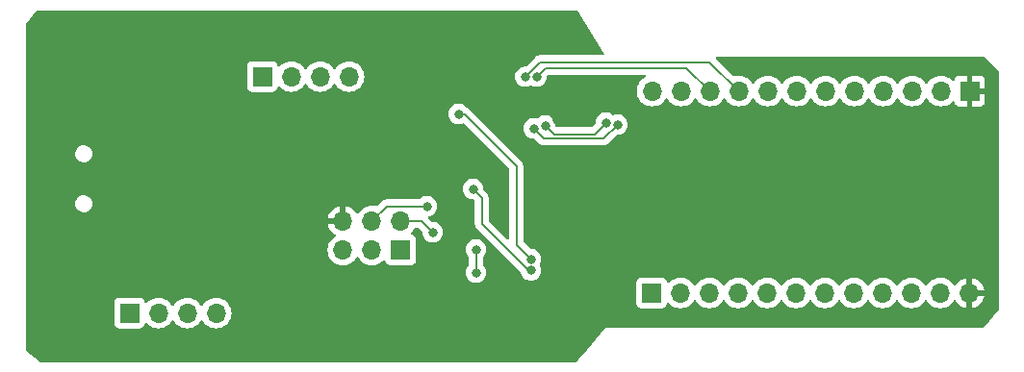
<source format=gbr>
%TF.GenerationSoftware,KiCad,Pcbnew,7.0.1*%
%TF.CreationDate,2023-04-11T01:40:26-06:00*%
%TF.ProjectId,ATMEGA_DevBoard,41544d45-4741-45f4-9465-76426f617264,rev?*%
%TF.SameCoordinates,Original*%
%TF.FileFunction,Copper,L2,Bot*%
%TF.FilePolarity,Positive*%
%FSLAX46Y46*%
G04 Gerber Fmt 4.6, Leading zero omitted, Abs format (unit mm)*
G04 Created by KiCad (PCBNEW 7.0.1) date 2023-04-11 01:40:26*
%MOMM*%
%LPD*%
G01*
G04 APERTURE LIST*
%TA.AperFunction,ComponentPad*%
%ADD10R,1.700000X1.700000*%
%TD*%
%TA.AperFunction,ComponentPad*%
%ADD11O,1.700000X1.700000*%
%TD*%
%TA.AperFunction,ViaPad*%
%ADD12C,0.800000*%
%TD*%
%TA.AperFunction,Conductor*%
%ADD13C,0.203200*%
%TD*%
G04 APERTURE END LIST*
D10*
%TO.P,J6,1,Pin_1*%
%TO.N,+3.3V*%
X90170000Y-106426000D03*
D11*
%TO.P,J6,2,Pin_2*%
X92710000Y-106426000D03*
%TO.P,J6,3,Pin_3*%
X95250000Y-106426000D03*
%TO.P,J6,4,Pin_4*%
X97790000Y-106426000D03*
%TD*%
%TO.P,J5,4,Pin_4*%
%TO.N,+5V*%
X109474000Y-85598000D03*
%TO.P,J5,3,Pin_3*%
X106934000Y-85598000D03*
%TO.P,J5,2,Pin_2*%
X104394000Y-85598000D03*
D10*
%TO.P,J5,1,Pin_1*%
X101854000Y-85598000D03*
%TD*%
%TO.P,J4,1,Pin_1*%
%TO.N,GND*%
X164084000Y-86879583D03*
D11*
%TO.P,J4,2,Pin_2*%
%TO.N,PB4*%
X161544000Y-86879583D03*
%TO.P,J4,3,Pin_3*%
%TO.N,PB5*%
X159004000Y-86879583D03*
%TO.P,J4,4,Pin_4*%
%TO.N,PB6*%
X156464000Y-86879583D03*
%TO.P,J4,5,Pin_5*%
%TO.N,PC6*%
X153924000Y-86879583D03*
%TO.P,J4,6,Pin_6*%
%TO.N,PC7*%
X151384000Y-86879583D03*
%TO.P,J4,7,Pin_7*%
%TO.N,PF0*%
X148844000Y-86879583D03*
%TO.P,J4,8,Pin_8*%
%TO.N,PF1*%
X146304000Y-86879583D03*
%TO.P,J4,9,Pin_9*%
%TO.N,PF4*%
X143764000Y-86879583D03*
%TO.P,J4,10,Pin_10*%
%TO.N,PF5*%
X141224000Y-86879583D03*
%TO.P,J4,11,Pin_11*%
%TO.N,PF6*%
X138684000Y-86879583D03*
%TO.P,J4,12,Pin_12*%
%TO.N,PF7*%
X136144000Y-86879583D03*
%TD*%
D10*
%TO.P,J1,1,MISO*%
%TO.N,MISO*%
X114031000Y-100858000D03*
D11*
%TO.P,J1,2,VCC*%
%TO.N,+5V*%
X114031000Y-98318000D03*
%TO.P,J1,3,SCK*%
%TO.N,SCK*%
X111491000Y-100858000D03*
%TO.P,J1,4,MOSI*%
%TO.N,MOSI*%
X111491000Y-98318000D03*
%TO.P,J1,5,~{RST}*%
%TO.N,RST*%
X108951000Y-100858000D03*
%TO.P,J1,6,GND*%
%TO.N,GND*%
X108951000Y-98318000D03*
%TD*%
D10*
%TO.P,J3,1,Pin_1*%
%TO.N,PB7*%
X136110585Y-104659583D03*
D11*
%TO.P,J3,2,Pin_2*%
%TO.N,PB0*%
X138650585Y-104659583D03*
%TO.P,J3,3,Pin_3*%
%TO.N,PE6*%
X141190585Y-104659583D03*
%TO.P,J3,4,Pin_4*%
%TO.N,PD0*%
X143730585Y-104659583D03*
%TO.P,J3,5,Pin_5*%
%TO.N,PD1*%
X146270585Y-104659583D03*
%TO.P,J3,6,Pin_6*%
%TO.N,PD2*%
X148810585Y-104659583D03*
%TO.P,J3,7,Pin_7*%
%TO.N,PD3*%
X151350585Y-104659583D03*
%TO.P,J3,8,Pin_8*%
%TO.N,PD5*%
X153890585Y-104659583D03*
%TO.P,J3,9,Pin_9*%
%TO.N,PD4*%
X156430585Y-104659583D03*
%TO.P,J3,10,Pin_10*%
%TO.N,PD6*%
X158970585Y-104659583D03*
%TO.P,J3,11,Pin_11*%
%TO.N,PD7*%
X161510585Y-104659583D03*
%TO.P,J3,12,Pin_12*%
%TO.N,GND*%
X164050585Y-104659583D03*
%TD*%
D12*
%TO.N,PF6*%
X125730000Y-90170000D03*
X133096000Y-89824900D03*
%TO.N,PF7*%
X132080000Y-89662000D03*
X126746000Y-89916000D03*
%TO.N,PF5*%
X125991723Y-85603500D03*
%TO.N,PF4*%
X124986858Y-85616858D03*
%TO.N,GND*%
X130318067Y-87016836D03*
X94927568Y-94183676D03*
X122428000Y-103759000D03*
X99314000Y-98806000D03*
X121666000Y-89535000D03*
X127762000Y-89408000D03*
X105410000Y-90678000D03*
X133223000Y-98552000D03*
X115659806Y-86797896D03*
X120240310Y-92921157D03*
X120617428Y-107370892D03*
X123377191Y-108866851D03*
X96520000Y-99949000D03*
X102997000Y-103759000D03*
X114632608Y-94748694D03*
X127790378Y-105688528D03*
X90297000Y-96266000D03*
X125031740Y-104356388D03*
X130595586Y-89003476D03*
X129206701Y-97906659D03*
X114626396Y-93221820D03*
X102997000Y-98298000D03*
X118836998Y-85189074D03*
X117522500Y-107260000D03*
X123063000Y-84582000D03*
X114681000Y-90424000D03*
X123089352Y-98183580D03*
%TO.N,+5V*%
X116840000Y-99314000D03*
%TO.N,MOSI*%
X116332000Y-97028000D03*
%TO.N,PB7*%
X120650000Y-100838000D03*
X120650000Y-102870000D03*
%TO.N,PE6*%
X125476000Y-101677397D03*
X119126000Y-88900000D03*
%TO.N,PB0*%
X125476000Y-102676900D03*
X120396000Y-95504000D03*
%TD*%
D13*
%TO.N,PF6*%
X126641200Y-91081200D02*
X131839700Y-91081200D01*
X125730000Y-90170000D02*
X126641200Y-91081200D01*
X131839700Y-91081200D02*
X133096000Y-89824900D01*
%TO.N,PF7*%
X127508000Y-90678000D02*
X129286000Y-90678000D01*
X129286000Y-90678000D02*
X131064000Y-90678000D01*
X126746000Y-89916000D02*
X127508000Y-90678000D01*
X131064000Y-90678000D02*
X132080000Y-89662000D01*
%TO.N,PF5*%
X126759223Y-84836000D02*
X139180417Y-84836000D01*
X125991723Y-85603500D02*
X126759223Y-84836000D01*
X139180417Y-84836000D02*
X141224000Y-86879583D01*
%TO.N,PF4*%
X126275716Y-84328000D02*
X141212417Y-84328000D01*
X141212417Y-84328000D02*
X143764000Y-86879583D01*
X124986858Y-85616858D02*
X126275716Y-84328000D01*
%TO.N,+5V*%
X114031000Y-98318000D02*
X115844000Y-98318000D01*
X115844000Y-98318000D02*
X116840000Y-99314000D01*
%TO.N,MOSI*%
X111491000Y-98318000D02*
X112781000Y-97028000D01*
X112781000Y-97028000D02*
X116332000Y-97028000D01*
%TO.N,PB7*%
X120650000Y-100838000D02*
X120650000Y-102870000D01*
%TO.N,PE6*%
X124206000Y-100407397D02*
X125476000Y-101677397D01*
X119126000Y-88900000D02*
X119634000Y-88900000D01*
X124206000Y-93472000D02*
X124206000Y-97536000D01*
X119634000Y-88900000D02*
X122174000Y-91440000D01*
X122174000Y-91440000D02*
X124206000Y-93472000D01*
X124206000Y-97536000D02*
X124206000Y-99943800D01*
X124206000Y-99943800D02*
X124206000Y-100407397D01*
%TO.N,PB0*%
X121158000Y-98552000D02*
X125282900Y-102676900D01*
X121158000Y-96266000D02*
X121158000Y-98552000D01*
X120396000Y-95504000D02*
X121158000Y-96266000D01*
X125282900Y-102676900D02*
X125476000Y-102676900D01*
%TD*%
%TA.AperFunction,Conductor*%
%TO.N,GND*%
G36*
X129531107Y-79772044D02*
G01*
X129576148Y-79814780D01*
X131902022Y-83536180D01*
X131920827Y-83598645D01*
X131905326Y-83662011D01*
X131859807Y-83708741D01*
X131796870Y-83725900D01*
X126323295Y-83725900D01*
X126307110Y-83724839D01*
X126304214Y-83724457D01*
X126275716Y-83720705D01*
X126247217Y-83724457D01*
X126244321Y-83724839D01*
X126244305Y-83724840D01*
X126118535Y-83741398D01*
X126014990Y-83784287D01*
X126014982Y-83784290D01*
X126014967Y-83784297D01*
X125980443Y-83798597D01*
X125972065Y-83802068D01*
X125877868Y-83874349D01*
X125846292Y-83898579D01*
X125827008Y-83923709D01*
X125816317Y-83935899D01*
X125072179Y-84680039D01*
X125031951Y-84706919D01*
X124984498Y-84716358D01*
X124892210Y-84716358D01*
X124707055Y-84755713D01*
X124534127Y-84832706D01*
X124380987Y-84943968D01*
X124254324Y-85084641D01*
X124159678Y-85248573D01*
X124101184Y-85428600D01*
X124081398Y-85616857D01*
X124101184Y-85805115D01*
X124159678Y-85985142D01*
X124254324Y-86149074D01*
X124380987Y-86289747D01*
X124534127Y-86401009D01*
X124707055Y-86478002D01*
X124892210Y-86517358D01*
X124892212Y-86517358D01*
X125081504Y-86517358D01*
X125081506Y-86517358D01*
X125204942Y-86491120D01*
X125266661Y-86478002D01*
X125439588Y-86401009D01*
X125439588Y-86401008D01*
X125451494Y-86395708D01*
X125452914Y-86398897D01*
X125490732Y-86384365D01*
X125554159Y-86394404D01*
X125711920Y-86464644D01*
X125897075Y-86504000D01*
X125897077Y-86504000D01*
X126086369Y-86504000D01*
X126086371Y-86504000D01*
X126209806Y-86477762D01*
X126271526Y-86464644D01*
X126444453Y-86387651D01*
X126579207Y-86289747D01*
X126597593Y-86276389D01*
X126724256Y-86135716D01*
X126818902Y-85971784D01*
X126821626Y-85963401D01*
X126877397Y-85791756D01*
X126897183Y-85603500D01*
X126897182Y-85603498D01*
X126898545Y-85590538D01*
X126900921Y-85590787D01*
X126904661Y-85559149D01*
X126933871Y-85512847D01*
X126972303Y-85474416D01*
X127012532Y-85447538D01*
X127059983Y-85438100D01*
X135480387Y-85438100D01*
X135544252Y-85455811D01*
X135589872Y-85503885D01*
X135604217Y-85568589D01*
X135583188Y-85631440D01*
X135532792Y-85674482D01*
X135466170Y-85705548D01*
X135272598Y-85841088D01*
X135105505Y-86008181D01*
X134969965Y-86201753D01*
X134870097Y-86415919D01*
X134808936Y-86644175D01*
X134788340Y-86879582D01*
X134808936Y-87114990D01*
X134853709Y-87282085D01*
X134870097Y-87343246D01*
X134969965Y-87557413D01*
X135105505Y-87750984D01*
X135272599Y-87918078D01*
X135466170Y-88053618D01*
X135680337Y-88153486D01*
X135908592Y-88214646D01*
X136144000Y-88235242D01*
X136379408Y-88214646D01*
X136607663Y-88153486D01*
X136821830Y-88053618D01*
X137015401Y-87918078D01*
X137182495Y-87750984D01*
X137312426Y-87565422D01*
X137356743Y-87526558D01*
X137414000Y-87512547D01*
X137471257Y-87526558D01*
X137515573Y-87565422D01*
X137645505Y-87750984D01*
X137812599Y-87918078D01*
X138006170Y-88053618D01*
X138220337Y-88153486D01*
X138448592Y-88214646D01*
X138684000Y-88235242D01*
X138919408Y-88214646D01*
X139147663Y-88153486D01*
X139361830Y-88053618D01*
X139555401Y-87918078D01*
X139722495Y-87750984D01*
X139852426Y-87565422D01*
X139896743Y-87526558D01*
X139954000Y-87512547D01*
X140011257Y-87526558D01*
X140055573Y-87565422D01*
X140185505Y-87750984D01*
X140352599Y-87918078D01*
X140546170Y-88053618D01*
X140760337Y-88153486D01*
X140988592Y-88214646D01*
X141224000Y-88235242D01*
X141459408Y-88214646D01*
X141687663Y-88153486D01*
X141901830Y-88053618D01*
X142095401Y-87918078D01*
X142262495Y-87750984D01*
X142392426Y-87565422D01*
X142436743Y-87526558D01*
X142494000Y-87512547D01*
X142551257Y-87526558D01*
X142595573Y-87565422D01*
X142725505Y-87750984D01*
X142892599Y-87918078D01*
X143086170Y-88053618D01*
X143300337Y-88153486D01*
X143528592Y-88214646D01*
X143764000Y-88235242D01*
X143999408Y-88214646D01*
X144227663Y-88153486D01*
X144441830Y-88053618D01*
X144635401Y-87918078D01*
X144802495Y-87750984D01*
X144932426Y-87565422D01*
X144976743Y-87526558D01*
X145034000Y-87512547D01*
X145091257Y-87526558D01*
X145135573Y-87565422D01*
X145265505Y-87750984D01*
X145432599Y-87918078D01*
X145626170Y-88053618D01*
X145840337Y-88153486D01*
X146068592Y-88214646D01*
X146304000Y-88235242D01*
X146539408Y-88214646D01*
X146767663Y-88153486D01*
X146981830Y-88053618D01*
X147175401Y-87918078D01*
X147342495Y-87750984D01*
X147472426Y-87565422D01*
X147516743Y-87526558D01*
X147574000Y-87512547D01*
X147631257Y-87526558D01*
X147675573Y-87565422D01*
X147805505Y-87750984D01*
X147972599Y-87918078D01*
X148166170Y-88053618D01*
X148380337Y-88153486D01*
X148608592Y-88214646D01*
X148844000Y-88235242D01*
X149079408Y-88214646D01*
X149307663Y-88153486D01*
X149521830Y-88053618D01*
X149715401Y-87918078D01*
X149882495Y-87750984D01*
X150012426Y-87565422D01*
X150056743Y-87526558D01*
X150114000Y-87512547D01*
X150171257Y-87526558D01*
X150215573Y-87565422D01*
X150345505Y-87750984D01*
X150512599Y-87918078D01*
X150706170Y-88053618D01*
X150920337Y-88153486D01*
X151148592Y-88214646D01*
X151384000Y-88235242D01*
X151619408Y-88214646D01*
X151847663Y-88153486D01*
X152061830Y-88053618D01*
X152255401Y-87918078D01*
X152422495Y-87750984D01*
X152552426Y-87565422D01*
X152596743Y-87526558D01*
X152654000Y-87512547D01*
X152711257Y-87526558D01*
X152755573Y-87565422D01*
X152885505Y-87750984D01*
X153052599Y-87918078D01*
X153246170Y-88053618D01*
X153460337Y-88153486D01*
X153688592Y-88214646D01*
X153924000Y-88235242D01*
X154159408Y-88214646D01*
X154387663Y-88153486D01*
X154601830Y-88053618D01*
X154795401Y-87918078D01*
X154962495Y-87750984D01*
X155092426Y-87565422D01*
X155136743Y-87526558D01*
X155194000Y-87512547D01*
X155251257Y-87526558D01*
X155295573Y-87565422D01*
X155425505Y-87750984D01*
X155592599Y-87918078D01*
X155786170Y-88053618D01*
X156000337Y-88153486D01*
X156228592Y-88214646D01*
X156464000Y-88235242D01*
X156699408Y-88214646D01*
X156927663Y-88153486D01*
X157141830Y-88053618D01*
X157335401Y-87918078D01*
X157502495Y-87750984D01*
X157632426Y-87565422D01*
X157676743Y-87526558D01*
X157734000Y-87512547D01*
X157791257Y-87526558D01*
X157835573Y-87565422D01*
X157965505Y-87750984D01*
X158132599Y-87918078D01*
X158326170Y-88053618D01*
X158540337Y-88153486D01*
X158768592Y-88214646D01*
X159004000Y-88235242D01*
X159239408Y-88214646D01*
X159467663Y-88153486D01*
X159681830Y-88053618D01*
X159875401Y-87918078D01*
X160042495Y-87750984D01*
X160172426Y-87565422D01*
X160216743Y-87526558D01*
X160274000Y-87512547D01*
X160331257Y-87526558D01*
X160375573Y-87565422D01*
X160505505Y-87750984D01*
X160672599Y-87918078D01*
X160866170Y-88053618D01*
X161080337Y-88153486D01*
X161308592Y-88214646D01*
X161544000Y-88235242D01*
X161779408Y-88214646D01*
X162007663Y-88153486D01*
X162221830Y-88053618D01*
X162415401Y-87918078D01*
X162537717Y-87795761D01*
X162590460Y-87764468D01*
X162651752Y-87762279D01*
X162706597Y-87789732D01*
X162741577Y-87840111D01*
X162790647Y-87971671D01*
X162876811Y-88086771D01*
X162991910Y-88172935D01*
X163126624Y-88223180D01*
X163186176Y-88229583D01*
X163834000Y-88229583D01*
X163834000Y-87129583D01*
X164334000Y-87129583D01*
X164334000Y-88229583D01*
X164981824Y-88229583D01*
X165041375Y-88223180D01*
X165176089Y-88172935D01*
X165291188Y-88086771D01*
X165377352Y-87971672D01*
X165427597Y-87836958D01*
X165434000Y-87777407D01*
X165434000Y-87129583D01*
X164334000Y-87129583D01*
X163834000Y-87129583D01*
X163834000Y-85529583D01*
X164334000Y-85529583D01*
X164334000Y-86629583D01*
X165434000Y-86629583D01*
X165434000Y-85981759D01*
X165427597Y-85922207D01*
X165377352Y-85787493D01*
X165291188Y-85672394D01*
X165176089Y-85586230D01*
X165041375Y-85535985D01*
X164981824Y-85529583D01*
X164334000Y-85529583D01*
X163834000Y-85529583D01*
X163186176Y-85529583D01*
X163126624Y-85535985D01*
X162991910Y-85586230D01*
X162876811Y-85672394D01*
X162790646Y-85787496D01*
X162741576Y-85919055D01*
X162706597Y-85969433D01*
X162651753Y-85996886D01*
X162590460Y-85994697D01*
X162537714Y-85963401D01*
X162415404Y-85841091D01*
X162415401Y-85841088D01*
X162221830Y-85705548D01*
X162007663Y-85605680D01*
X161935074Y-85586230D01*
X161779407Y-85544519D01*
X161544000Y-85523923D01*
X161308592Y-85544519D01*
X161080336Y-85605680D01*
X160866170Y-85705548D01*
X160672598Y-85841088D01*
X160505505Y-86008181D01*
X160375575Y-86193742D01*
X160331257Y-86232608D01*
X160274000Y-86246619D01*
X160216743Y-86232608D01*
X160172425Y-86193742D01*
X160131795Y-86135716D01*
X160042495Y-86008182D01*
X159875401Y-85841088D01*
X159681830Y-85705548D01*
X159467663Y-85605680D01*
X159395074Y-85586230D01*
X159239407Y-85544519D01*
X159004000Y-85523923D01*
X158768592Y-85544519D01*
X158540336Y-85605680D01*
X158326170Y-85705548D01*
X158132598Y-85841088D01*
X157965505Y-86008181D01*
X157835575Y-86193742D01*
X157791257Y-86232608D01*
X157734000Y-86246619D01*
X157676743Y-86232608D01*
X157632425Y-86193742D01*
X157591795Y-86135716D01*
X157502495Y-86008182D01*
X157335401Y-85841088D01*
X157141830Y-85705548D01*
X156927663Y-85605680D01*
X156855074Y-85586230D01*
X156699407Y-85544519D01*
X156464000Y-85523923D01*
X156228592Y-85544519D01*
X156000336Y-85605680D01*
X155786170Y-85705548D01*
X155592598Y-85841088D01*
X155425505Y-86008181D01*
X155295575Y-86193742D01*
X155251257Y-86232608D01*
X155194000Y-86246619D01*
X155136743Y-86232608D01*
X155092425Y-86193742D01*
X155051795Y-86135716D01*
X154962495Y-86008182D01*
X154795401Y-85841088D01*
X154601830Y-85705548D01*
X154387663Y-85605680D01*
X154315074Y-85586230D01*
X154159407Y-85544519D01*
X153924000Y-85523923D01*
X153688592Y-85544519D01*
X153460336Y-85605680D01*
X153246170Y-85705548D01*
X153052598Y-85841088D01*
X152885505Y-86008181D01*
X152755575Y-86193742D01*
X152711257Y-86232608D01*
X152654000Y-86246619D01*
X152596743Y-86232608D01*
X152552425Y-86193742D01*
X152511795Y-86135716D01*
X152422495Y-86008182D01*
X152255401Y-85841088D01*
X152061830Y-85705548D01*
X151847663Y-85605680D01*
X151775074Y-85586230D01*
X151619407Y-85544519D01*
X151384000Y-85523923D01*
X151148592Y-85544519D01*
X150920336Y-85605680D01*
X150706170Y-85705548D01*
X150512598Y-85841088D01*
X150345505Y-86008181D01*
X150215575Y-86193742D01*
X150171257Y-86232608D01*
X150114000Y-86246619D01*
X150056743Y-86232608D01*
X150012425Y-86193742D01*
X149971795Y-86135716D01*
X149882495Y-86008182D01*
X149715401Y-85841088D01*
X149521830Y-85705548D01*
X149307663Y-85605680D01*
X149235074Y-85586230D01*
X149079407Y-85544519D01*
X148844000Y-85523923D01*
X148608592Y-85544519D01*
X148380336Y-85605680D01*
X148166170Y-85705548D01*
X147972598Y-85841088D01*
X147805505Y-86008181D01*
X147675575Y-86193742D01*
X147631257Y-86232608D01*
X147574000Y-86246619D01*
X147516743Y-86232608D01*
X147472425Y-86193742D01*
X147431795Y-86135716D01*
X147342495Y-86008182D01*
X147175401Y-85841088D01*
X146981830Y-85705548D01*
X146767663Y-85605680D01*
X146695074Y-85586230D01*
X146539407Y-85544519D01*
X146304000Y-85523923D01*
X146068592Y-85544519D01*
X145840336Y-85605680D01*
X145626170Y-85705548D01*
X145432598Y-85841088D01*
X145265505Y-86008181D01*
X145135575Y-86193742D01*
X145091257Y-86232608D01*
X145034000Y-86246619D01*
X144976743Y-86232608D01*
X144932425Y-86193742D01*
X144891795Y-86135716D01*
X144802495Y-86008182D01*
X144635401Y-85841088D01*
X144441830Y-85705548D01*
X144227663Y-85605680D01*
X144155074Y-85586230D01*
X143999407Y-85544519D01*
X143764000Y-85523923D01*
X143528593Y-85544519D01*
X143402027Y-85578432D01*
X143337840Y-85578432D01*
X143282253Y-85546338D01*
X141768096Y-84032181D01*
X141737846Y-83982818D01*
X141733304Y-83925102D01*
X141755459Y-83871615D01*
X141799482Y-83834015D01*
X141855777Y-83820500D01*
X165303138Y-83820500D01*
X165350591Y-83829939D01*
X165390819Y-83856819D01*
X166587181Y-85053181D01*
X166614061Y-85093409D01*
X166623500Y-85140862D01*
X166623500Y-106127706D01*
X166616094Y-106169919D01*
X166594759Y-106207089D01*
X165391596Y-107650883D01*
X165348932Y-107683793D01*
X165296337Y-107695500D01*
X132099144Y-107695500D01*
X132091939Y-107694392D01*
X132079757Y-107695476D01*
X132071576Y-107703623D01*
X132067736Y-107709933D01*
X130396172Y-109715812D01*
X129692159Y-110560629D01*
X129576947Y-110698883D01*
X129534283Y-110731793D01*
X129481688Y-110743500D01*
X82338872Y-110743500D01*
X82297827Y-110736510D01*
X82261410Y-110716328D01*
X81095617Y-109783692D01*
X81068406Y-109753344D01*
X81052506Y-109715815D01*
X81046235Y-109689696D01*
X81043285Y-109671579D01*
X81031008Y-109531244D01*
X81030957Y-109530632D01*
X81026882Y-109478853D01*
X81026500Y-109469126D01*
X81026500Y-107323869D01*
X88819500Y-107323869D01*
X88825909Y-107383484D01*
X88851056Y-107450907D01*
X88876204Y-107518331D01*
X88962454Y-107633546D01*
X89077669Y-107719796D01*
X89212517Y-107770091D01*
X89272127Y-107776500D01*
X91067872Y-107776499D01*
X91127483Y-107770091D01*
X91262331Y-107719796D01*
X91377546Y-107633546D01*
X91463796Y-107518331D01*
X91512810Y-107386916D01*
X91547789Y-107336537D01*
X91602634Y-107309084D01*
X91663927Y-107311273D01*
X91716673Y-107342569D01*
X91838599Y-107464495D01*
X92032170Y-107600035D01*
X92246337Y-107699903D01*
X92474592Y-107761063D01*
X92710000Y-107781659D01*
X92945408Y-107761063D01*
X93173663Y-107699903D01*
X93387830Y-107600035D01*
X93581401Y-107464495D01*
X93748495Y-107297401D01*
X93878426Y-107111839D01*
X93922743Y-107072975D01*
X93980000Y-107058964D01*
X94037257Y-107072975D01*
X94081573Y-107111839D01*
X94211505Y-107297401D01*
X94378599Y-107464495D01*
X94572170Y-107600035D01*
X94786337Y-107699903D01*
X95014592Y-107761063D01*
X95250000Y-107781659D01*
X95485408Y-107761063D01*
X95713663Y-107699903D01*
X95927830Y-107600035D01*
X96121401Y-107464495D01*
X96288495Y-107297401D01*
X96418426Y-107111839D01*
X96462743Y-107072975D01*
X96520000Y-107058964D01*
X96577257Y-107072975D01*
X96621573Y-107111839D01*
X96751505Y-107297401D01*
X96918599Y-107464495D01*
X97112170Y-107600035D01*
X97326337Y-107699903D01*
X97554592Y-107761063D01*
X97790000Y-107781659D01*
X98025408Y-107761063D01*
X98253663Y-107699903D01*
X98467830Y-107600035D01*
X98661401Y-107464495D01*
X98828495Y-107297401D01*
X98964035Y-107103830D01*
X99063903Y-106889663D01*
X99125063Y-106661408D01*
X99145659Y-106426000D01*
X99125063Y-106190592D01*
X99063903Y-105962337D01*
X98964035Y-105748171D01*
X98830493Y-105557452D01*
X134760085Y-105557452D01*
X134766494Y-105617067D01*
X134791641Y-105684489D01*
X134816789Y-105751914D01*
X134903039Y-105867129D01*
X135018254Y-105953379D01*
X135153102Y-106003674D01*
X135212712Y-106010083D01*
X137008457Y-106010082D01*
X137068068Y-106003674D01*
X137202916Y-105953379D01*
X137318131Y-105867129D01*
X137404381Y-105751914D01*
X137453395Y-105620499D01*
X137488374Y-105570120D01*
X137543219Y-105542667D01*
X137604512Y-105544856D01*
X137657258Y-105576152D01*
X137779184Y-105698078D01*
X137972755Y-105833618D01*
X138186922Y-105933486D01*
X138415177Y-105994646D01*
X138650585Y-106015242D01*
X138885993Y-105994646D01*
X139114248Y-105933486D01*
X139328415Y-105833618D01*
X139521986Y-105698078D01*
X139689080Y-105530984D01*
X139819011Y-105345422D01*
X139863328Y-105306558D01*
X139920585Y-105292547D01*
X139977842Y-105306558D01*
X140022158Y-105345422D01*
X140152090Y-105530984D01*
X140319184Y-105698078D01*
X140512755Y-105833618D01*
X140726922Y-105933486D01*
X140955177Y-105994646D01*
X141190585Y-106015242D01*
X141425993Y-105994646D01*
X141654248Y-105933486D01*
X141868415Y-105833618D01*
X142061986Y-105698078D01*
X142229080Y-105530984D01*
X142359011Y-105345422D01*
X142403328Y-105306558D01*
X142460585Y-105292547D01*
X142517842Y-105306558D01*
X142562158Y-105345422D01*
X142692090Y-105530984D01*
X142859184Y-105698078D01*
X143052755Y-105833618D01*
X143266922Y-105933486D01*
X143495177Y-105994646D01*
X143730585Y-106015242D01*
X143965993Y-105994646D01*
X144194248Y-105933486D01*
X144408415Y-105833618D01*
X144601986Y-105698078D01*
X144769080Y-105530984D01*
X144899011Y-105345422D01*
X144943328Y-105306558D01*
X145000585Y-105292547D01*
X145057842Y-105306558D01*
X145102158Y-105345422D01*
X145232090Y-105530984D01*
X145399184Y-105698078D01*
X145592755Y-105833618D01*
X145806922Y-105933486D01*
X146035177Y-105994646D01*
X146270585Y-106015242D01*
X146505993Y-105994646D01*
X146734248Y-105933486D01*
X146948415Y-105833618D01*
X147141986Y-105698078D01*
X147309080Y-105530984D01*
X147439011Y-105345422D01*
X147483328Y-105306558D01*
X147540585Y-105292547D01*
X147597842Y-105306558D01*
X147642158Y-105345422D01*
X147772090Y-105530984D01*
X147939184Y-105698078D01*
X148132755Y-105833618D01*
X148346922Y-105933486D01*
X148575177Y-105994646D01*
X148810585Y-106015242D01*
X149045993Y-105994646D01*
X149274248Y-105933486D01*
X149488415Y-105833618D01*
X149681986Y-105698078D01*
X149849080Y-105530984D01*
X149979011Y-105345422D01*
X150023328Y-105306558D01*
X150080585Y-105292547D01*
X150137842Y-105306558D01*
X150182158Y-105345422D01*
X150312090Y-105530984D01*
X150479184Y-105698078D01*
X150672755Y-105833618D01*
X150886922Y-105933486D01*
X151115177Y-105994646D01*
X151350585Y-106015242D01*
X151585993Y-105994646D01*
X151814248Y-105933486D01*
X152028415Y-105833618D01*
X152221986Y-105698078D01*
X152389080Y-105530984D01*
X152519011Y-105345422D01*
X152563328Y-105306558D01*
X152620585Y-105292547D01*
X152677842Y-105306558D01*
X152722158Y-105345422D01*
X152852090Y-105530984D01*
X153019184Y-105698078D01*
X153212755Y-105833618D01*
X153426922Y-105933486D01*
X153655177Y-105994646D01*
X153890585Y-106015242D01*
X154125993Y-105994646D01*
X154354248Y-105933486D01*
X154568415Y-105833618D01*
X154761986Y-105698078D01*
X154929080Y-105530984D01*
X155059011Y-105345422D01*
X155103328Y-105306558D01*
X155160585Y-105292547D01*
X155217842Y-105306558D01*
X155262158Y-105345422D01*
X155392090Y-105530984D01*
X155559184Y-105698078D01*
X155752755Y-105833618D01*
X155966922Y-105933486D01*
X156195177Y-105994646D01*
X156430585Y-106015242D01*
X156665993Y-105994646D01*
X156894248Y-105933486D01*
X157108415Y-105833618D01*
X157301986Y-105698078D01*
X157469080Y-105530984D01*
X157599011Y-105345422D01*
X157643328Y-105306558D01*
X157700585Y-105292547D01*
X157757842Y-105306558D01*
X157802158Y-105345422D01*
X157932090Y-105530984D01*
X158099184Y-105698078D01*
X158292755Y-105833618D01*
X158506922Y-105933486D01*
X158735177Y-105994646D01*
X158970585Y-106015242D01*
X159205993Y-105994646D01*
X159434248Y-105933486D01*
X159648415Y-105833618D01*
X159841986Y-105698078D01*
X160009080Y-105530984D01*
X160139011Y-105345422D01*
X160183328Y-105306558D01*
X160240585Y-105292547D01*
X160297842Y-105306558D01*
X160342158Y-105345422D01*
X160472090Y-105530984D01*
X160639184Y-105698078D01*
X160832755Y-105833618D01*
X161046922Y-105933486D01*
X161275177Y-105994646D01*
X161510585Y-106015242D01*
X161745993Y-105994646D01*
X161974248Y-105933486D01*
X162188415Y-105833618D01*
X162381986Y-105698078D01*
X162549080Y-105530984D01*
X162679317Y-105344985D01*
X162723633Y-105306122D01*
X162780890Y-105292111D01*
X162838147Y-105306122D01*
X162882465Y-105344987D01*
X163012478Y-105530664D01*
X163179503Y-105697689D01*
X163373008Y-105833183D01*
X163587092Y-105933013D01*
X163800584Y-105990218D01*
X163800585Y-105990219D01*
X163800585Y-104909583D01*
X164300585Y-104909583D01*
X164300585Y-105990218D01*
X164514077Y-105933013D01*
X164728161Y-105833183D01*
X164921666Y-105697689D01*
X165088691Y-105530664D01*
X165224185Y-105337159D01*
X165324015Y-105123075D01*
X165381221Y-104909583D01*
X164300585Y-104909583D01*
X163800585Y-104909583D01*
X163800585Y-103328947D01*
X164300585Y-103328947D01*
X164300585Y-104409583D01*
X165381221Y-104409583D01*
X165381220Y-104409582D01*
X165324015Y-104196090D01*
X165224184Y-103982004D01*
X165088694Y-103788504D01*
X164921666Y-103621476D01*
X164728161Y-103485982D01*
X164514077Y-103386152D01*
X164300585Y-103328947D01*
X163800585Y-103328947D01*
X163800584Y-103328947D01*
X163587092Y-103386152D01*
X163373006Y-103485983D01*
X163179506Y-103621473D01*
X163012478Y-103788501D01*
X162882465Y-103974179D01*
X162838147Y-104013044D01*
X162780890Y-104027055D01*
X162723633Y-104013044D01*
X162679315Y-103974178D01*
X162549079Y-103788181D01*
X162381989Y-103621091D01*
X162381989Y-103621090D01*
X162381986Y-103621088D01*
X162188415Y-103485548D01*
X161974248Y-103385680D01*
X161913086Y-103369292D01*
X161745992Y-103324519D01*
X161510585Y-103303923D01*
X161275177Y-103324519D01*
X161046921Y-103385680D01*
X160832755Y-103485548D01*
X160639183Y-103621088D01*
X160472090Y-103788181D01*
X160342160Y-103973742D01*
X160297842Y-104012608D01*
X160240585Y-104026619D01*
X160183328Y-104012608D01*
X160139010Y-103973742D01*
X160009079Y-103788181D01*
X159841989Y-103621091D01*
X159841989Y-103621090D01*
X159841986Y-103621088D01*
X159648415Y-103485548D01*
X159434248Y-103385680D01*
X159373086Y-103369292D01*
X159205992Y-103324519D01*
X158970585Y-103303923D01*
X158735177Y-103324519D01*
X158506921Y-103385680D01*
X158292755Y-103485548D01*
X158099183Y-103621088D01*
X157932090Y-103788181D01*
X157802160Y-103973742D01*
X157757842Y-104012608D01*
X157700585Y-104026619D01*
X157643328Y-104012608D01*
X157599010Y-103973742D01*
X157469079Y-103788181D01*
X157301989Y-103621091D01*
X157301989Y-103621090D01*
X157301986Y-103621088D01*
X157108415Y-103485548D01*
X156894248Y-103385680D01*
X156833086Y-103369292D01*
X156665992Y-103324519D01*
X156430585Y-103303923D01*
X156195177Y-103324519D01*
X155966921Y-103385680D01*
X155752755Y-103485548D01*
X155559183Y-103621088D01*
X155392090Y-103788181D01*
X155262160Y-103973742D01*
X155217842Y-104012608D01*
X155160585Y-104026619D01*
X155103328Y-104012608D01*
X155059010Y-103973742D01*
X154929079Y-103788181D01*
X154761989Y-103621091D01*
X154761989Y-103621090D01*
X154761986Y-103621088D01*
X154568415Y-103485548D01*
X154354248Y-103385680D01*
X154293086Y-103369292D01*
X154125992Y-103324519D01*
X153890585Y-103303923D01*
X153655177Y-103324519D01*
X153426921Y-103385680D01*
X153212755Y-103485548D01*
X153019183Y-103621088D01*
X152852090Y-103788181D01*
X152722160Y-103973742D01*
X152677842Y-104012608D01*
X152620585Y-104026619D01*
X152563328Y-104012608D01*
X152519010Y-103973742D01*
X152389079Y-103788181D01*
X152221989Y-103621091D01*
X152221989Y-103621090D01*
X152221986Y-103621088D01*
X152028415Y-103485548D01*
X151814248Y-103385680D01*
X151753086Y-103369292D01*
X151585992Y-103324519D01*
X151350585Y-103303923D01*
X151115177Y-103324519D01*
X150886921Y-103385680D01*
X150672755Y-103485548D01*
X150479183Y-103621088D01*
X150312090Y-103788181D01*
X150182160Y-103973742D01*
X150137842Y-104012608D01*
X150080585Y-104026619D01*
X150023328Y-104012608D01*
X149979010Y-103973742D01*
X149849079Y-103788181D01*
X149681989Y-103621091D01*
X149681989Y-103621090D01*
X149681986Y-103621088D01*
X149488415Y-103485548D01*
X149274248Y-103385680D01*
X149213086Y-103369292D01*
X149045992Y-103324519D01*
X148810585Y-103303923D01*
X148575177Y-103324519D01*
X148346921Y-103385680D01*
X148132755Y-103485548D01*
X147939183Y-103621088D01*
X147772090Y-103788181D01*
X147642160Y-103973742D01*
X147597842Y-104012608D01*
X147540585Y-104026619D01*
X147483328Y-104012608D01*
X147439010Y-103973742D01*
X147309079Y-103788181D01*
X147141989Y-103621091D01*
X147141989Y-103621090D01*
X147141986Y-103621088D01*
X146948415Y-103485548D01*
X146734248Y-103385680D01*
X146673086Y-103369292D01*
X146505992Y-103324519D01*
X146270585Y-103303923D01*
X146035177Y-103324519D01*
X145806921Y-103385680D01*
X145592755Y-103485548D01*
X145399183Y-103621088D01*
X145232090Y-103788181D01*
X145102160Y-103973742D01*
X145057842Y-104012608D01*
X145000585Y-104026619D01*
X144943328Y-104012608D01*
X144899010Y-103973742D01*
X144769079Y-103788181D01*
X144601989Y-103621091D01*
X144601989Y-103621090D01*
X144601986Y-103621088D01*
X144408415Y-103485548D01*
X144194248Y-103385680D01*
X144133086Y-103369292D01*
X143965992Y-103324519D01*
X143730585Y-103303923D01*
X143495177Y-103324519D01*
X143266921Y-103385680D01*
X143052755Y-103485548D01*
X142859183Y-103621088D01*
X142692090Y-103788181D01*
X142562160Y-103973742D01*
X142517842Y-104012608D01*
X142460585Y-104026619D01*
X142403328Y-104012608D01*
X142359010Y-103973742D01*
X142229079Y-103788181D01*
X142061989Y-103621091D01*
X142061989Y-103621090D01*
X142061986Y-103621088D01*
X141868415Y-103485548D01*
X141654248Y-103385680D01*
X141593086Y-103369292D01*
X141425992Y-103324519D01*
X141190585Y-103303923D01*
X140955177Y-103324519D01*
X140726921Y-103385680D01*
X140512755Y-103485548D01*
X140319183Y-103621088D01*
X140152090Y-103788181D01*
X140022160Y-103973742D01*
X139977842Y-104012608D01*
X139920585Y-104026619D01*
X139863328Y-104012608D01*
X139819010Y-103973742D01*
X139689079Y-103788181D01*
X139521989Y-103621091D01*
X139521989Y-103621090D01*
X139521986Y-103621088D01*
X139328415Y-103485548D01*
X139114248Y-103385680D01*
X139053086Y-103369292D01*
X138885992Y-103324519D01*
X138650585Y-103303923D01*
X138415177Y-103324519D01*
X138186921Y-103385680D01*
X137972755Y-103485548D01*
X137779186Y-103621086D01*
X137657258Y-103743014D01*
X137604511Y-103774309D01*
X137543219Y-103776498D01*
X137488374Y-103749045D01*
X137453395Y-103698665D01*
X137424604Y-103621473D01*
X137404381Y-103567252D01*
X137318131Y-103452037D01*
X137202916Y-103365787D01*
X137068068Y-103315492D01*
X137008458Y-103309083D01*
X137008454Y-103309083D01*
X135212715Y-103309083D01*
X135153100Y-103315492D01*
X135018254Y-103365787D01*
X134903039Y-103452037D01*
X134816789Y-103567251D01*
X134766494Y-103702099D01*
X134760085Y-103761713D01*
X134760085Y-105557452D01*
X98830493Y-105557452D01*
X98828495Y-105554599D01*
X98661401Y-105387505D01*
X98467830Y-105251965D01*
X98253663Y-105152097D01*
X98192502Y-105135709D01*
X98025407Y-105090936D01*
X97790000Y-105070340D01*
X97554592Y-105090936D01*
X97326336Y-105152097D01*
X97112170Y-105251965D01*
X96918598Y-105387505D01*
X96751505Y-105554598D01*
X96621575Y-105740159D01*
X96577257Y-105779025D01*
X96520000Y-105793036D01*
X96462743Y-105779025D01*
X96418425Y-105740159D01*
X96332235Y-105617067D01*
X96288495Y-105554599D01*
X96121401Y-105387505D01*
X95927830Y-105251965D01*
X95713663Y-105152097D01*
X95652502Y-105135709D01*
X95485407Y-105090936D01*
X95250000Y-105070340D01*
X95014592Y-105090936D01*
X94786336Y-105152097D01*
X94572170Y-105251965D01*
X94378598Y-105387505D01*
X94211505Y-105554598D01*
X94081575Y-105740159D01*
X94037257Y-105779025D01*
X93980000Y-105793036D01*
X93922743Y-105779025D01*
X93878425Y-105740159D01*
X93792235Y-105617067D01*
X93748495Y-105554599D01*
X93581401Y-105387505D01*
X93387830Y-105251965D01*
X93173663Y-105152097D01*
X93112502Y-105135709D01*
X92945407Y-105090936D01*
X92710000Y-105070340D01*
X92474592Y-105090936D01*
X92246336Y-105152097D01*
X92032170Y-105251965D01*
X91838601Y-105387503D01*
X91716673Y-105509431D01*
X91663926Y-105540726D01*
X91602634Y-105542915D01*
X91547789Y-105515462D01*
X91512810Y-105465082D01*
X91505658Y-105445907D01*
X91463796Y-105333669D01*
X91377546Y-105218454D01*
X91262331Y-105132204D01*
X91127483Y-105081909D01*
X91067873Y-105075500D01*
X91067869Y-105075500D01*
X89272130Y-105075500D01*
X89212515Y-105081909D01*
X89077669Y-105132204D01*
X88962454Y-105218454D01*
X88876204Y-105333668D01*
X88825909Y-105468516D01*
X88819500Y-105528130D01*
X88819500Y-107323869D01*
X81026500Y-107323869D01*
X81026500Y-102869999D01*
X119744540Y-102869999D01*
X119764326Y-103058257D01*
X119822820Y-103238284D01*
X119917466Y-103402216D01*
X120044129Y-103542889D01*
X120197269Y-103654151D01*
X120370197Y-103731144D01*
X120555352Y-103770500D01*
X120555354Y-103770500D01*
X120744646Y-103770500D01*
X120744648Y-103770500D01*
X120868084Y-103744262D01*
X120929803Y-103731144D01*
X121102730Y-103654151D01*
X121102729Y-103654151D01*
X121255870Y-103542889D01*
X121260233Y-103538044D01*
X121382533Y-103402216D01*
X121477179Y-103238284D01*
X121535674Y-103058256D01*
X121555460Y-102870000D01*
X121535674Y-102681744D01*
X121477179Y-102501716D01*
X121477179Y-102501715D01*
X121382533Y-102337783D01*
X121283950Y-102228296D01*
X121260336Y-102189762D01*
X121252100Y-102145324D01*
X121252100Y-101562676D01*
X121260336Y-101518238D01*
X121283950Y-101479704D01*
X121382533Y-101370216D01*
X121477179Y-101206284D01*
X121477179Y-101206283D01*
X121535674Y-101026256D01*
X121555460Y-100838000D01*
X121535674Y-100649744D01*
X121477179Y-100469716D01*
X121477179Y-100469715D01*
X121382533Y-100305783D01*
X121255870Y-100165110D01*
X121102730Y-100053848D01*
X120929802Y-99976855D01*
X120744648Y-99937500D01*
X120744646Y-99937500D01*
X120555354Y-99937500D01*
X120555352Y-99937500D01*
X120370197Y-99976855D01*
X120197269Y-100053848D01*
X120044129Y-100165110D01*
X119917466Y-100305783D01*
X119822820Y-100469715D01*
X119764326Y-100649742D01*
X119744540Y-100838000D01*
X119764326Y-101026257D01*
X119822820Y-101206284D01*
X119917466Y-101370216D01*
X120016050Y-101479704D01*
X120039664Y-101518238D01*
X120047900Y-101562676D01*
X120047900Y-102145324D01*
X120039664Y-102189762D01*
X120016050Y-102228296D01*
X119917466Y-102337783D01*
X119822820Y-102501715D01*
X119764326Y-102681742D01*
X119744540Y-102869999D01*
X81026500Y-102869999D01*
X81026500Y-100857999D01*
X107595340Y-100857999D01*
X107615936Y-101093407D01*
X107660709Y-101260501D01*
X107677097Y-101321663D01*
X107776965Y-101535830D01*
X107912505Y-101729401D01*
X108079599Y-101896495D01*
X108273170Y-102032035D01*
X108487337Y-102131903D01*
X108715592Y-102193063D01*
X108951000Y-102213659D01*
X109186408Y-102193063D01*
X109414663Y-102131903D01*
X109628830Y-102032035D01*
X109822401Y-101896495D01*
X109989495Y-101729401D01*
X110119428Y-101543837D01*
X110163742Y-101504975D01*
X110220999Y-101490964D01*
X110278255Y-101504974D01*
X110322573Y-101543839D01*
X110452505Y-101729401D01*
X110619599Y-101896495D01*
X110813170Y-102032035D01*
X111027337Y-102131903D01*
X111255592Y-102193063D01*
X111491000Y-102213659D01*
X111726408Y-102193063D01*
X111954663Y-102131903D01*
X112168830Y-102032035D01*
X112362401Y-101896495D01*
X112484329Y-101774566D01*
X112537072Y-101743273D01*
X112598365Y-101741084D01*
X112653209Y-101768537D01*
X112688189Y-101818916D01*
X112714291Y-101888898D01*
X112737204Y-101950331D01*
X112823454Y-102065546D01*
X112938669Y-102151796D01*
X113073517Y-102202091D01*
X113133127Y-102208500D01*
X114928872Y-102208499D01*
X114988483Y-102202091D01*
X115123331Y-102151796D01*
X115238546Y-102065546D01*
X115324796Y-101950331D01*
X115375091Y-101815483D01*
X115381500Y-101755873D01*
X115381499Y-99960128D01*
X115375091Y-99900517D01*
X115324796Y-99765669D01*
X115238546Y-99650454D01*
X115123331Y-99564204D01*
X115061898Y-99541291D01*
X114991916Y-99515189D01*
X114941537Y-99480209D01*
X114914084Y-99425365D01*
X114916273Y-99364072D01*
X114947566Y-99311329D01*
X115069495Y-99189401D01*
X115205035Y-98995830D01*
X115206963Y-98991694D01*
X115252720Y-98939519D01*
X115319345Y-98920100D01*
X115543240Y-98920100D01*
X115590693Y-98929539D01*
X115630921Y-98956419D01*
X115897850Y-99223348D01*
X115927055Y-99269632D01*
X115930803Y-99301288D01*
X115933178Y-99301039D01*
X115934540Y-99313999D01*
X115934540Y-99314000D01*
X115938966Y-99356109D01*
X115954326Y-99502257D01*
X116012820Y-99682284D01*
X116107466Y-99846216D01*
X116234129Y-99986889D01*
X116387269Y-100098151D01*
X116560197Y-100175144D01*
X116745352Y-100214500D01*
X116745354Y-100214500D01*
X116934646Y-100214500D01*
X116934648Y-100214500D01*
X117058083Y-100188262D01*
X117119803Y-100175144D01*
X117292730Y-100098151D01*
X117445871Y-99986888D01*
X117572533Y-99846216D01*
X117667179Y-99682284D01*
X117725674Y-99502256D01*
X117745460Y-99314000D01*
X117725674Y-99125744D01*
X117686065Y-99003841D01*
X117667179Y-98945715D01*
X117572533Y-98781783D01*
X117445870Y-98641110D01*
X117292730Y-98529848D01*
X117119802Y-98452855D01*
X116934648Y-98413500D01*
X116934646Y-98413500D01*
X116842360Y-98413500D01*
X116794907Y-98404061D01*
X116754679Y-98377181D01*
X116488636Y-98111138D01*
X116456132Y-98053980D01*
X116457423Y-97988239D01*
X116492146Y-97932401D01*
X116550537Y-97902167D01*
X116611802Y-97889145D01*
X116784730Y-97812151D01*
X116937870Y-97700889D01*
X117064533Y-97560216D01*
X117159179Y-97396284D01*
X117161601Y-97388829D01*
X117217674Y-97216256D01*
X117237460Y-97028000D01*
X117217674Y-96839744D01*
X117159179Y-96659716D01*
X117159179Y-96659715D01*
X117064533Y-96495783D01*
X116937870Y-96355110D01*
X116784730Y-96243848D01*
X116611802Y-96166855D01*
X116426648Y-96127500D01*
X116426646Y-96127500D01*
X116237354Y-96127500D01*
X116237352Y-96127500D01*
X116052197Y-96166855D01*
X115879269Y-96243848D01*
X115726130Y-96355110D01*
X115699333Y-96384872D01*
X115657619Y-96415180D01*
X115607183Y-96425900D01*
X112828579Y-96425900D01*
X112812394Y-96424839D01*
X112809498Y-96424457D01*
X112781000Y-96420705D01*
X112752501Y-96424457D01*
X112749605Y-96424839D01*
X112749589Y-96424840D01*
X112623819Y-96441398D01*
X112520274Y-96484287D01*
X112520266Y-96484290D01*
X112520251Y-96484297D01*
X112492520Y-96495784D01*
X112477349Y-96502068D01*
X112383152Y-96574349D01*
X112351576Y-96598579D01*
X112332292Y-96623709D01*
X112321601Y-96635899D01*
X111972745Y-96984755D01*
X111917158Y-97016849D01*
X111852971Y-97016849D01*
X111808480Y-97004927D01*
X111726406Y-96982936D01*
X111491000Y-96962340D01*
X111255592Y-96982936D01*
X111027336Y-97044097D01*
X110813170Y-97143965D01*
X110619598Y-97279505D01*
X110452508Y-97446595D01*
X110452505Y-97446598D01*
X110452505Y-97446599D01*
X110417536Y-97496540D01*
X110322269Y-97632596D01*
X110277951Y-97671461D01*
X110220694Y-97685472D01*
X110163437Y-97671461D01*
X110119119Y-97632595D01*
X109989109Y-97446921D01*
X109822081Y-97279893D01*
X109628576Y-97144399D01*
X109414492Y-97044569D01*
X109201000Y-96987364D01*
X109201000Y-98444000D01*
X109184387Y-98506000D01*
X109139000Y-98551387D01*
X109077000Y-98568000D01*
X107620364Y-98568000D01*
X107677569Y-98781492D01*
X107777399Y-98995576D01*
X107912893Y-99189081D01*
X108079918Y-99356106D01*
X108265595Y-99486119D01*
X108304460Y-99530437D01*
X108318471Y-99587694D01*
X108304460Y-99644951D01*
X108265595Y-99689269D01*
X108079595Y-99819508D01*
X107912505Y-99986598D01*
X107776965Y-100180170D01*
X107677097Y-100394336D01*
X107615936Y-100622592D01*
X107595340Y-100857999D01*
X81026500Y-100857999D01*
X81026500Y-98068000D01*
X107620364Y-98068000D01*
X108701000Y-98068000D01*
X108701000Y-96987364D01*
X108700999Y-96987364D01*
X108487507Y-97044569D01*
X108273421Y-97144400D01*
X108079921Y-97279890D01*
X107912890Y-97446921D01*
X107777400Y-97640421D01*
X107677569Y-97854507D01*
X107620364Y-98067999D01*
X107620364Y-98068000D01*
X81026500Y-98068000D01*
X81026500Y-96853934D01*
X85407668Y-96853934D01*
X85423058Y-96941207D01*
X85438135Y-97026711D01*
X85473752Y-97109281D01*
X85507623Y-97187804D01*
X85612390Y-97328530D01*
X85746783Y-97441300D01*
X85746784Y-97441300D01*
X85746786Y-97441302D01*
X85903567Y-97520040D01*
X85903568Y-97520040D01*
X85903570Y-97520041D01*
X86074277Y-97560500D01*
X86074279Y-97560500D01*
X86205704Y-97560500D01*
X86205709Y-97560500D01*
X86336255Y-97545241D01*
X86501117Y-97485237D01*
X86647696Y-97388830D01*
X86768092Y-97261218D01*
X86855812Y-97109281D01*
X86906130Y-96941210D01*
X86916331Y-96766065D01*
X86885865Y-96593289D01*
X86816377Y-96432196D01*
X86711610Y-96291470D01*
X86654858Y-96243849D01*
X86577216Y-96178699D01*
X86420429Y-96099958D01*
X86249723Y-96059500D01*
X86249721Y-96059500D01*
X86118291Y-96059500D01*
X86036699Y-96069036D01*
X85987742Y-96074759D01*
X85822883Y-96134762D01*
X85676303Y-96231170D01*
X85555908Y-96358780D01*
X85468188Y-96510718D01*
X85468188Y-96510719D01*
X85417870Y-96678790D01*
X85417869Y-96678792D01*
X85417870Y-96678792D01*
X85407668Y-96853934D01*
X81026500Y-96853934D01*
X81026500Y-92453934D01*
X85407668Y-92453934D01*
X85423058Y-92541207D01*
X85438135Y-92626711D01*
X85473752Y-92709281D01*
X85507623Y-92787804D01*
X85612390Y-92928530D01*
X85746783Y-93041300D01*
X85746784Y-93041300D01*
X85746786Y-93041302D01*
X85903567Y-93120040D01*
X85903568Y-93120040D01*
X85903570Y-93120041D01*
X86074277Y-93160500D01*
X86074279Y-93160500D01*
X86205704Y-93160500D01*
X86205709Y-93160500D01*
X86336255Y-93145241D01*
X86501117Y-93085237D01*
X86647696Y-92988830D01*
X86768092Y-92861218D01*
X86855812Y-92709281D01*
X86906130Y-92541210D01*
X86916331Y-92366065D01*
X86885865Y-92193289D01*
X86816377Y-92032196D01*
X86711610Y-91891470D01*
X86647705Y-91837847D01*
X86577216Y-91778699D01*
X86420429Y-91699958D01*
X86249723Y-91659500D01*
X86249721Y-91659500D01*
X86118291Y-91659500D01*
X86047265Y-91667802D01*
X85987742Y-91674759D01*
X85822883Y-91734762D01*
X85676303Y-91831170D01*
X85555908Y-91958780D01*
X85468188Y-92110718D01*
X85468188Y-92110719D01*
X85417870Y-92278790D01*
X85417869Y-92278792D01*
X85417870Y-92278792D01*
X85407668Y-92453934D01*
X81026500Y-92453934D01*
X81026500Y-88900000D01*
X118220540Y-88900000D01*
X118240326Y-89088257D01*
X118298820Y-89268284D01*
X118393466Y-89432216D01*
X118520129Y-89572889D01*
X118673269Y-89684151D01*
X118846197Y-89761144D01*
X119031352Y-89800500D01*
X119031354Y-89800500D01*
X119220646Y-89800500D01*
X119220648Y-89800500D01*
X119405801Y-89761145D01*
X119424880Y-89752650D01*
X119492519Y-89722534D01*
X119540788Y-89711833D01*
X119589405Y-89720843D01*
X119630635Y-89748133D01*
X123567581Y-93685079D01*
X123594461Y-93725307D01*
X123603900Y-93772760D01*
X123603900Y-99847040D01*
X123590385Y-99903335D01*
X123552785Y-99947358D01*
X123499298Y-99969513D01*
X123441582Y-99964971D01*
X123392219Y-99934721D01*
X121796419Y-98338921D01*
X121769539Y-98298693D01*
X121760100Y-98251240D01*
X121760100Y-96313586D01*
X121761161Y-96297400D01*
X121765295Y-96265999D01*
X121762379Y-96243848D01*
X121744602Y-96108820D01*
X121683933Y-95962353D01*
X121611652Y-95868154D01*
X121611648Y-95868150D01*
X121606704Y-95861707D01*
X121606704Y-95861706D01*
X121606700Y-95861702D01*
X121587422Y-95836578D01*
X121562287Y-95817291D01*
X121550101Y-95806603D01*
X121338149Y-95594651D01*
X121308936Y-95548344D01*
X121305199Y-95516712D01*
X121302822Y-95516962D01*
X121301460Y-95504000D01*
X121281674Y-95315744D01*
X121223179Y-95135716D01*
X121223179Y-95135715D01*
X121128533Y-94971783D01*
X121001870Y-94831110D01*
X120848730Y-94719848D01*
X120675802Y-94642855D01*
X120490648Y-94603500D01*
X120490646Y-94603500D01*
X120301354Y-94603500D01*
X120301352Y-94603500D01*
X120116197Y-94642855D01*
X119943269Y-94719848D01*
X119790129Y-94831110D01*
X119663466Y-94971783D01*
X119568820Y-95135715D01*
X119510326Y-95315742D01*
X119490540Y-95504000D01*
X119510326Y-95692257D01*
X119568820Y-95872284D01*
X119663466Y-96036216D01*
X119790129Y-96176889D01*
X119943269Y-96288151D01*
X120116197Y-96365144D01*
X120301352Y-96404500D01*
X120301354Y-96404500D01*
X120393640Y-96404500D01*
X120441093Y-96413939D01*
X120481321Y-96440819D01*
X120519581Y-96479079D01*
X120546461Y-96519307D01*
X120555900Y-96566760D01*
X120555900Y-98504420D01*
X120554839Y-98520605D01*
X120550705Y-98552000D01*
X120554839Y-98583395D01*
X120554839Y-98583402D01*
X120555900Y-98591460D01*
X120562437Y-98641112D01*
X120571398Y-98709180D01*
X120632067Y-98855647D01*
X120704349Y-98949847D01*
X120704351Y-98949849D01*
X120704353Y-98949851D01*
X120704355Y-98949855D01*
X120728577Y-98981422D01*
X120753708Y-99000706D01*
X120765902Y-99011400D01*
X124555831Y-102801329D01*
X124580064Y-102835612D01*
X124585020Y-102853176D01*
X124586299Y-102852761D01*
X124590325Y-102865154D01*
X124590326Y-102865156D01*
X124591900Y-102869999D01*
X124648820Y-103045184D01*
X124743466Y-103209116D01*
X124870129Y-103349789D01*
X125023269Y-103461051D01*
X125196197Y-103538044D01*
X125381352Y-103577400D01*
X125381354Y-103577400D01*
X125570646Y-103577400D01*
X125570648Y-103577400D01*
X125694083Y-103551162D01*
X125755803Y-103538044D01*
X125928730Y-103461051D01*
X126081871Y-103349788D01*
X126208533Y-103209116D01*
X126303179Y-103045184D01*
X126361674Y-102865156D01*
X126381460Y-102676900D01*
X126361674Y-102488644D01*
X126332426Y-102398630D01*
X126303180Y-102308618D01*
X126303179Y-102308616D01*
X126263069Y-102239144D01*
X126246458Y-102177148D01*
X126263071Y-102115149D01*
X126303179Y-102045681D01*
X126361674Y-101865653D01*
X126381460Y-101677397D01*
X126361674Y-101489141D01*
X126307257Y-101321663D01*
X126303179Y-101309112D01*
X126208533Y-101145180D01*
X126081870Y-101004507D01*
X125928730Y-100893245D01*
X125755802Y-100816252D01*
X125570648Y-100776897D01*
X125570646Y-100776897D01*
X125478360Y-100776897D01*
X125430907Y-100767458D01*
X125390679Y-100740578D01*
X124844419Y-100194318D01*
X124817539Y-100154090D01*
X124808100Y-100106637D01*
X124808100Y-93519580D01*
X124809161Y-93503395D01*
X124813294Y-93471999D01*
X124809161Y-93440605D01*
X124809161Y-93440598D01*
X124792602Y-93314820D01*
X124731933Y-93168353D01*
X124725907Y-93160500D01*
X124659651Y-93074153D01*
X124659648Y-93074150D01*
X124635422Y-93042578D01*
X124610287Y-93023291D01*
X124598101Y-93012603D01*
X121755498Y-90170000D01*
X124824540Y-90170000D01*
X124844326Y-90358257D01*
X124902820Y-90538284D01*
X124997466Y-90702216D01*
X125124129Y-90842889D01*
X125277269Y-90954151D01*
X125450197Y-91031144D01*
X125635352Y-91070500D01*
X125635354Y-91070500D01*
X125727640Y-91070500D01*
X125775093Y-91079939D01*
X125815321Y-91106819D01*
X126181799Y-91473297D01*
X126192493Y-91485491D01*
X126211776Y-91510620D01*
X126211778Y-91510622D01*
X126236903Y-91529901D01*
X126236905Y-91529903D01*
X126243351Y-91534849D01*
X126243353Y-91534851D01*
X126324582Y-91597180D01*
X126337553Y-91607133D01*
X126484020Y-91667802D01*
X126601740Y-91683300D01*
X126601745Y-91683300D01*
X126609789Y-91684359D01*
X126609802Y-91684360D01*
X126641200Y-91688494D01*
X126672595Y-91684361D01*
X126688780Y-91683300D01*
X131792120Y-91683300D01*
X131808304Y-91684360D01*
X131839700Y-91688494D01*
X131871095Y-91684360D01*
X131871108Y-91684360D01*
X131879159Y-91683300D01*
X131879160Y-91683300D01*
X131996880Y-91667802D01*
X132143347Y-91607133D01*
X132156318Y-91597180D01*
X132237547Y-91534851D01*
X132237549Y-91534848D01*
X132269122Y-91510622D01*
X132288410Y-91485484D01*
X132299090Y-91473306D01*
X133010678Y-90761719D01*
X133050907Y-90734839D01*
X133098360Y-90725400D01*
X133190648Y-90725400D01*
X133314084Y-90699162D01*
X133375803Y-90686044D01*
X133548730Y-90609051D01*
X133701871Y-90497788D01*
X133828533Y-90357116D01*
X133923179Y-90193184D01*
X133981674Y-90013156D01*
X134001460Y-89824900D01*
X133981674Y-89636644D01*
X133936337Y-89497112D01*
X133923179Y-89456615D01*
X133828533Y-89292683D01*
X133701870Y-89152010D01*
X133548730Y-89040748D01*
X133375802Y-88963755D01*
X133190648Y-88924400D01*
X133190646Y-88924400D01*
X133001354Y-88924400D01*
X133001352Y-88924400D01*
X132816198Y-88963754D01*
X132779152Y-88980249D01*
X132715755Y-88990290D01*
X132655832Y-88967287D01*
X132532730Y-88877848D01*
X132359802Y-88800855D01*
X132174648Y-88761500D01*
X132174646Y-88761500D01*
X131985354Y-88761500D01*
X131985352Y-88761500D01*
X131800197Y-88800855D01*
X131627269Y-88877848D01*
X131474129Y-88989110D01*
X131347466Y-89129783D01*
X131252820Y-89293715D01*
X131194326Y-89473742D01*
X131173178Y-89674961D01*
X131170802Y-89674711D01*
X131167056Y-89706362D01*
X131137850Y-89752650D01*
X130850918Y-90039583D01*
X130810693Y-90066461D01*
X130763240Y-90075900D01*
X129325460Y-90075900D01*
X127808760Y-90075900D01*
X127761307Y-90066461D01*
X127721079Y-90039581D01*
X127688149Y-90006651D01*
X127658936Y-89960344D01*
X127655199Y-89928712D01*
X127652822Y-89928962D01*
X127641885Y-89824899D01*
X127631674Y-89727744D01*
X127573179Y-89547716D01*
X127573179Y-89547715D01*
X127478533Y-89383783D01*
X127351870Y-89243110D01*
X127198730Y-89131848D01*
X127025802Y-89054855D01*
X126840648Y-89015500D01*
X126840646Y-89015500D01*
X126651354Y-89015500D01*
X126651352Y-89015500D01*
X126466197Y-89054855D01*
X126293269Y-89131848D01*
X126140129Y-89243111D01*
X126117409Y-89268344D01*
X126063578Y-89303302D01*
X125999479Y-89306661D01*
X125824648Y-89269500D01*
X125824646Y-89269500D01*
X125635354Y-89269500D01*
X125635352Y-89269500D01*
X125450197Y-89308855D01*
X125277269Y-89385848D01*
X125124129Y-89497110D01*
X124997466Y-89637783D01*
X124902820Y-89801715D01*
X124844326Y-89981742D01*
X124824540Y-90170000D01*
X121755498Y-90170000D01*
X120093396Y-88507898D01*
X120082701Y-88495703D01*
X120063421Y-88470577D01*
X120031849Y-88446351D01*
X120031847Y-88446349D01*
X119937647Y-88374067D01*
X119883826Y-88351773D01*
X119846417Y-88336277D01*
X119801723Y-88304690D01*
X119773733Y-88273604D01*
X119731870Y-88227110D01*
X119578730Y-88115848D01*
X119405802Y-88038855D01*
X119220648Y-87999500D01*
X119220646Y-87999500D01*
X119031354Y-87999500D01*
X119031352Y-87999500D01*
X118846197Y-88038855D01*
X118673269Y-88115848D01*
X118520129Y-88227110D01*
X118393466Y-88367783D01*
X118298820Y-88531715D01*
X118240326Y-88711742D01*
X118220540Y-88900000D01*
X81026500Y-88900000D01*
X81026500Y-86495869D01*
X100503500Y-86495869D01*
X100509909Y-86555484D01*
X100535056Y-86622907D01*
X100560204Y-86690331D01*
X100646454Y-86805546D01*
X100761669Y-86891796D01*
X100896517Y-86942091D01*
X100956127Y-86948500D01*
X102751872Y-86948499D01*
X102811483Y-86942091D01*
X102946331Y-86891796D01*
X103061546Y-86805546D01*
X103147796Y-86690331D01*
X103196810Y-86558916D01*
X103231789Y-86508537D01*
X103286634Y-86481084D01*
X103347927Y-86483273D01*
X103400672Y-86514568D01*
X103522599Y-86636495D01*
X103716170Y-86772035D01*
X103930337Y-86871903D01*
X104158592Y-86933063D01*
X104394000Y-86953659D01*
X104629408Y-86933063D01*
X104857663Y-86871903D01*
X105071830Y-86772035D01*
X105265401Y-86636495D01*
X105432495Y-86469401D01*
X105562426Y-86283839D01*
X105606743Y-86244975D01*
X105664000Y-86230964D01*
X105721257Y-86244975D01*
X105765573Y-86283839D01*
X105895505Y-86469401D01*
X106062599Y-86636495D01*
X106256170Y-86772035D01*
X106470337Y-86871903D01*
X106698592Y-86933063D01*
X106934000Y-86953659D01*
X107169408Y-86933063D01*
X107397663Y-86871903D01*
X107611830Y-86772035D01*
X107805401Y-86636495D01*
X107972495Y-86469401D01*
X108102426Y-86283839D01*
X108146743Y-86244975D01*
X108204000Y-86230964D01*
X108261257Y-86244975D01*
X108305573Y-86283839D01*
X108435505Y-86469401D01*
X108602599Y-86636495D01*
X108796170Y-86772035D01*
X109010337Y-86871903D01*
X109238592Y-86933063D01*
X109474000Y-86953659D01*
X109709408Y-86933063D01*
X109937663Y-86871903D01*
X110151830Y-86772035D01*
X110345401Y-86636495D01*
X110512495Y-86469401D01*
X110648035Y-86275830D01*
X110747903Y-86061663D01*
X110809063Y-85833408D01*
X110829659Y-85598000D01*
X110809063Y-85362592D01*
X110747903Y-85134337D01*
X110648035Y-84920171D01*
X110512495Y-84726599D01*
X110345401Y-84559505D01*
X110151830Y-84423965D01*
X109937663Y-84324097D01*
X109876501Y-84307709D01*
X109709407Y-84262936D01*
X109473999Y-84242340D01*
X109238592Y-84262936D01*
X109010336Y-84324097D01*
X108796170Y-84423965D01*
X108602598Y-84559505D01*
X108435505Y-84726598D01*
X108305575Y-84912159D01*
X108261257Y-84951025D01*
X108204000Y-84965036D01*
X108146743Y-84951025D01*
X108102425Y-84912159D01*
X107972494Y-84726598D01*
X107805404Y-84559508D01*
X107805401Y-84559505D01*
X107611830Y-84423965D01*
X107397663Y-84324097D01*
X107336501Y-84307709D01*
X107169407Y-84262936D01*
X106933999Y-84242340D01*
X106698592Y-84262936D01*
X106470336Y-84324097D01*
X106256170Y-84423965D01*
X106062598Y-84559505D01*
X105895505Y-84726598D01*
X105765575Y-84912159D01*
X105721257Y-84951025D01*
X105664000Y-84965036D01*
X105606743Y-84951025D01*
X105562425Y-84912159D01*
X105432494Y-84726598D01*
X105265404Y-84559508D01*
X105265401Y-84559505D01*
X105071830Y-84423965D01*
X104857663Y-84324097D01*
X104796501Y-84307709D01*
X104629407Y-84262936D01*
X104393999Y-84242340D01*
X104158592Y-84262936D01*
X103930336Y-84324097D01*
X103716170Y-84423965D01*
X103522601Y-84559503D01*
X103400673Y-84681431D01*
X103347926Y-84712726D01*
X103286634Y-84714915D01*
X103231789Y-84687462D01*
X103196810Y-84637082D01*
X103183836Y-84602297D01*
X103147796Y-84505669D01*
X103061546Y-84390454D01*
X102946331Y-84304204D01*
X102811483Y-84253909D01*
X102751873Y-84247500D01*
X102751869Y-84247500D01*
X100956130Y-84247500D01*
X100896515Y-84253909D01*
X100761669Y-84304204D01*
X100646454Y-84390454D01*
X100560204Y-84505668D01*
X100509909Y-84640516D01*
X100503500Y-84700130D01*
X100503500Y-86495869D01*
X81026500Y-86495869D01*
X81026500Y-81068870D01*
X81033490Y-81027825D01*
X81053668Y-80991414D01*
X81986311Y-79825610D01*
X82016653Y-79798405D01*
X82054179Y-79782507D01*
X82080303Y-79776235D01*
X82098416Y-79773286D01*
X82238790Y-79761005D01*
X82239342Y-79760959D01*
X82285382Y-79757335D01*
X82291148Y-79756882D01*
X82300874Y-79756500D01*
X129470996Y-79756500D01*
X129531107Y-79772044D01*
G37*
%TD.AperFunction*%
%TD*%
M02*

</source>
